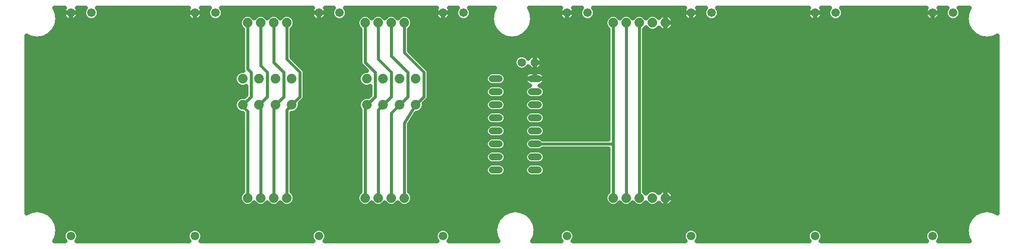
<source format=gtl>
G75*
G70*
%OFA0B0*%
%FSLAX24Y24*%
%IPPOS*%
%LPD*%
%AMOC8*
5,1,8,0,0,1.08239X$1,22.5*
%
%ADD10C,0.0660*%
%ADD11C,0.0520*%
%ADD12C,0.0740*%
%ADD13C,0.0650*%
%ADD14C,0.0320*%
%ADD15C,0.0240*%
D10*
X005223Y002197D03*
X014723Y002197D03*
X024223Y002197D03*
X033723Y002197D03*
X043223Y002197D03*
X052723Y002197D03*
X062223Y002197D03*
X071223Y002197D03*
X071223Y019323D03*
X072797Y019323D03*
X063797Y019323D03*
X062223Y019323D03*
X054297Y019323D03*
X052723Y019323D03*
X044797Y019323D03*
X043223Y019323D03*
X035297Y019323D03*
X033723Y019323D03*
X025797Y019323D03*
X024223Y019323D03*
X016297Y019323D03*
X014723Y019323D03*
X006797Y019323D03*
X005223Y019323D03*
D11*
X037500Y014260D02*
X038020Y014260D01*
X040500Y014260D02*
X041020Y014260D01*
X041020Y013260D02*
X040500Y013260D01*
X038020Y013260D02*
X037500Y013260D01*
X037500Y012260D02*
X038020Y012260D01*
X040500Y012260D02*
X041020Y012260D01*
X041020Y011260D02*
X040500Y011260D01*
X038020Y011260D02*
X037500Y011260D01*
X037500Y010260D02*
X038020Y010260D01*
X040500Y010260D02*
X041020Y010260D01*
X041020Y009260D02*
X040500Y009260D01*
X038020Y009260D02*
X037500Y009260D01*
X037500Y008260D02*
X038020Y008260D01*
X040500Y008260D02*
X041020Y008260D01*
X041020Y007260D02*
X040500Y007260D01*
X038020Y007260D02*
X037500Y007260D01*
D12*
X030760Y005118D03*
X029760Y005118D03*
X028760Y005118D03*
X027760Y005118D03*
X021760Y005118D03*
X020760Y005118D03*
X019760Y005118D03*
X018760Y005118D03*
X018385Y012260D03*
X019635Y012260D03*
X020885Y012260D03*
X022135Y012260D03*
X027885Y012260D03*
X029135Y012260D03*
X030385Y012260D03*
X031635Y012260D03*
X031635Y014260D03*
X030385Y014260D03*
X029135Y014260D03*
X027885Y014260D03*
X022135Y014260D03*
X020885Y014260D03*
X019635Y014260D03*
X018385Y014260D03*
X018760Y018556D03*
X019760Y018556D03*
X020760Y018556D03*
X021760Y018556D03*
X027760Y018556D03*
X028760Y018556D03*
X029760Y018556D03*
X030760Y018556D03*
X046760Y018556D03*
X047760Y018556D03*
X048760Y018556D03*
X049760Y018556D03*
X050760Y018556D03*
X050760Y005118D03*
X049760Y005118D03*
X048760Y005118D03*
X047760Y005118D03*
X046760Y005118D03*
D13*
X040760Y015510D03*
X039760Y015510D03*
D14*
X004119Y002153D02*
X003949Y001820D01*
X004794Y001820D01*
X004739Y001874D01*
X004653Y002084D01*
X004653Y002310D01*
X004739Y002520D01*
X004900Y002680D01*
X005109Y002767D01*
X005336Y002767D01*
X005545Y002680D01*
X005706Y002520D01*
X005793Y002310D01*
X005793Y002084D01*
X005706Y001874D01*
X005652Y001820D01*
X014294Y001820D01*
X014239Y001874D01*
X014153Y002084D01*
X014153Y002310D01*
X014239Y002520D01*
X014400Y002680D01*
X014609Y002767D01*
X014836Y002767D01*
X015045Y002680D01*
X015206Y002520D01*
X015293Y002310D01*
X015293Y002084D01*
X015206Y001874D01*
X015152Y001820D01*
X023794Y001820D01*
X023739Y001874D01*
X023653Y002084D01*
X023653Y002310D01*
X023739Y002520D01*
X023900Y002680D01*
X024109Y002767D01*
X024336Y002767D01*
X024545Y002680D01*
X024706Y002520D01*
X024793Y002310D01*
X024793Y002084D01*
X024706Y001874D01*
X024652Y001820D01*
X033294Y001820D01*
X033239Y001874D01*
X033153Y002084D01*
X033153Y002310D01*
X033239Y002520D01*
X033400Y002680D01*
X033609Y002767D01*
X033836Y002767D01*
X034045Y002680D01*
X034206Y002520D01*
X034293Y002310D01*
X034293Y002084D01*
X034206Y001874D01*
X034152Y001820D01*
X037946Y001820D01*
X037776Y002153D01*
X037776Y002153D01*
X037700Y002635D01*
X037700Y002635D01*
X037776Y003117D01*
X037776Y003117D01*
X037998Y003552D01*
X037998Y003552D01*
X038343Y003897D01*
X038343Y003897D01*
X038778Y004119D01*
X038778Y004119D01*
X039260Y004195D01*
X039260Y004195D01*
X039742Y004119D01*
X039742Y004119D01*
X040177Y003897D01*
X040177Y003897D01*
X040522Y003552D01*
X040522Y003552D01*
X040744Y003117D01*
X040744Y003117D01*
X040820Y002635D01*
X040744Y002153D01*
X040744Y002153D01*
X040574Y001820D01*
X042794Y001820D01*
X042739Y001874D01*
X042653Y002084D01*
X042653Y002310D01*
X042739Y002520D01*
X042900Y002680D01*
X043109Y002767D01*
X043336Y002767D01*
X043545Y002680D01*
X043706Y002520D01*
X043793Y002310D01*
X043793Y002084D01*
X043706Y001874D01*
X043652Y001820D01*
X052294Y001820D01*
X052239Y001874D01*
X052153Y002084D01*
X052153Y002310D01*
X052239Y002520D01*
X052400Y002680D01*
X052609Y002767D01*
X052836Y002767D01*
X053045Y002680D01*
X053206Y002520D01*
X053293Y002310D01*
X053293Y002084D01*
X053206Y001874D01*
X053152Y001820D01*
X061794Y001820D01*
X061739Y001874D01*
X061653Y002084D01*
X061653Y002310D01*
X061739Y002520D01*
X061900Y002680D01*
X062109Y002767D01*
X062336Y002767D01*
X062545Y002680D01*
X062706Y002520D01*
X062793Y002310D01*
X062793Y002084D01*
X062706Y001874D01*
X062652Y001820D01*
X070794Y001820D01*
X070739Y001874D01*
X070653Y002084D01*
X070653Y002310D01*
X070739Y002520D01*
X070900Y002680D01*
X071109Y002767D01*
X071336Y002767D01*
X071545Y002680D01*
X071706Y002520D01*
X071793Y002310D01*
X071793Y002084D01*
X071706Y001874D01*
X071652Y001820D01*
X074071Y001820D01*
X073901Y002153D01*
X073901Y002153D01*
X073825Y002635D01*
X073825Y002635D01*
X073901Y003117D01*
X073901Y003117D01*
X074123Y003552D01*
X074123Y003552D01*
X074468Y003897D01*
X074468Y003897D01*
X074903Y004119D01*
X074903Y004119D01*
X075385Y004195D01*
X075385Y004195D01*
X075867Y004119D01*
X075867Y004119D01*
X076200Y003949D01*
X076200Y017571D01*
X075867Y017401D01*
X075867Y017401D01*
X075385Y017325D01*
X075385Y017325D01*
X074903Y017401D01*
X074903Y017401D01*
X074468Y017623D01*
X074468Y017623D01*
X074123Y017968D01*
X074123Y017968D01*
X073901Y018403D01*
X073901Y018403D01*
X073825Y018885D01*
X073825Y018885D01*
X073901Y019367D01*
X073901Y019367D01*
X074071Y019700D01*
X073226Y019700D01*
X073281Y019646D01*
X073367Y019436D01*
X073367Y019210D01*
X073281Y019000D01*
X073120Y018840D01*
X072911Y018753D01*
X072684Y018753D01*
X072475Y018840D01*
X072314Y019000D01*
X072227Y019210D01*
X072227Y019436D01*
X072314Y019646D01*
X072368Y019700D01*
X071678Y019700D01*
X071727Y019632D01*
X071769Y019549D01*
X071798Y019461D01*
X071813Y019369D01*
X071813Y019323D01*
X071223Y019323D01*
X071223Y019323D01*
X071813Y019323D01*
X071813Y019277D01*
X071798Y019185D01*
X071769Y019097D01*
X071727Y019014D01*
X071673Y018939D01*
X071607Y018873D01*
X071532Y018818D01*
X071449Y018776D01*
X071361Y018748D01*
X071269Y018733D01*
X071223Y018733D01*
X071223Y019323D01*
X071223Y019323D01*
X071223Y018733D01*
X071176Y018733D01*
X071084Y018748D01*
X070996Y018776D01*
X070913Y018818D01*
X070838Y018873D01*
X070773Y018939D01*
X070718Y019014D01*
X070676Y019097D01*
X070647Y019185D01*
X070633Y019277D01*
X070633Y019323D01*
X071223Y019323D01*
X071223Y019323D01*
X070633Y019323D01*
X070633Y019369D01*
X070647Y019461D01*
X070676Y019549D01*
X070718Y019632D01*
X070767Y019700D01*
X064226Y019700D01*
X064281Y019646D01*
X064367Y019436D01*
X064367Y019210D01*
X064281Y019000D01*
X064120Y018840D01*
X063911Y018753D01*
X063684Y018753D01*
X063475Y018840D01*
X063314Y019000D01*
X063227Y019210D01*
X063227Y019436D01*
X063314Y019646D01*
X063368Y019700D01*
X062678Y019700D01*
X062727Y019632D01*
X062769Y019549D01*
X062798Y019461D01*
X062813Y019369D01*
X062813Y019323D01*
X062223Y019323D01*
X062223Y019323D01*
X062813Y019323D01*
X062813Y019277D01*
X062798Y019185D01*
X062769Y019097D01*
X062727Y019014D01*
X062673Y018939D01*
X062607Y018873D01*
X062532Y018818D01*
X062449Y018776D01*
X062361Y018748D01*
X062269Y018733D01*
X062223Y018733D01*
X062223Y019323D01*
X062223Y019323D01*
X062223Y018733D01*
X062176Y018733D01*
X062084Y018748D01*
X061996Y018776D01*
X061913Y018818D01*
X061838Y018873D01*
X061773Y018939D01*
X061718Y019014D01*
X061676Y019097D01*
X061647Y019185D01*
X061633Y019277D01*
X061633Y019323D01*
X062223Y019323D01*
X062223Y019323D01*
X061633Y019323D01*
X061633Y019369D01*
X061647Y019461D01*
X061676Y019549D01*
X061718Y019632D01*
X061767Y019700D01*
X054726Y019700D01*
X054781Y019646D01*
X054867Y019436D01*
X054867Y019210D01*
X054781Y019000D01*
X054620Y018840D01*
X054411Y018753D01*
X054184Y018753D01*
X053975Y018840D01*
X053814Y019000D01*
X053727Y019210D01*
X053727Y019436D01*
X053814Y019646D01*
X053868Y019700D01*
X053178Y019700D01*
X053227Y019632D01*
X053269Y019549D01*
X053298Y019461D01*
X053313Y019369D01*
X053313Y019323D01*
X052723Y019323D01*
X052723Y019323D01*
X053313Y019323D01*
X053313Y019277D01*
X053298Y019185D01*
X053269Y019097D01*
X053227Y019014D01*
X053173Y018939D01*
X053107Y018873D01*
X053032Y018818D01*
X052949Y018776D01*
X052861Y018748D01*
X052769Y018733D01*
X052723Y018733D01*
X052723Y019323D01*
X052723Y019323D01*
X052723Y018733D01*
X052676Y018733D01*
X052584Y018748D01*
X052496Y018776D01*
X052413Y018818D01*
X052338Y018873D01*
X052273Y018939D01*
X052218Y019014D01*
X052176Y019097D01*
X052147Y019185D01*
X052133Y019277D01*
X052133Y019323D01*
X052723Y019323D01*
X052723Y019323D01*
X052133Y019323D01*
X052133Y019369D01*
X052147Y019461D01*
X052176Y019549D01*
X052218Y019632D01*
X052267Y019700D01*
X045226Y019700D01*
X045281Y019646D01*
X045367Y019436D01*
X045367Y019210D01*
X045281Y019000D01*
X045120Y018840D01*
X044911Y018753D01*
X044684Y018753D01*
X044475Y018840D01*
X044314Y019000D01*
X044227Y019210D01*
X044227Y019436D01*
X044314Y019646D01*
X044368Y019700D01*
X043678Y019700D01*
X043727Y019632D01*
X043769Y019549D01*
X043798Y019461D01*
X043813Y019369D01*
X043813Y019323D01*
X043223Y019323D01*
X043223Y019323D01*
X043813Y019323D01*
X043813Y019277D01*
X043798Y019185D01*
X043769Y019097D01*
X043727Y019014D01*
X043673Y018939D01*
X043607Y018873D01*
X043532Y018818D01*
X043449Y018776D01*
X043361Y018748D01*
X043269Y018733D01*
X043223Y018733D01*
X043223Y019323D01*
X043223Y019323D01*
X043223Y018733D01*
X043176Y018733D01*
X043084Y018748D01*
X042996Y018776D01*
X042913Y018818D01*
X042838Y018873D01*
X042773Y018939D01*
X042718Y019014D01*
X042676Y019097D01*
X042647Y019185D01*
X042633Y019277D01*
X042633Y019323D01*
X043223Y019323D01*
X043223Y019323D01*
X042633Y019323D01*
X042633Y019369D01*
X042647Y019461D01*
X042676Y019549D01*
X042718Y019632D01*
X042767Y019700D01*
X040324Y019700D01*
X040494Y019367D01*
X040570Y018885D01*
X040570Y018885D01*
X040494Y018403D01*
X040494Y018403D01*
X040272Y017968D01*
X040272Y017968D01*
X039927Y017623D01*
X039927Y017623D01*
X039492Y017401D01*
X039492Y017401D01*
X039010Y017325D01*
X039010Y017325D01*
X038528Y017401D01*
X038528Y017401D01*
X038093Y017623D01*
X038093Y017623D01*
X037748Y017968D01*
X037748Y017968D01*
X037526Y018403D01*
X037526Y018403D01*
X037450Y018885D01*
X037450Y018885D01*
X037526Y019367D01*
X037526Y019367D01*
X037696Y019700D01*
X035726Y019700D01*
X035781Y019646D01*
X035867Y019436D01*
X035867Y019210D01*
X035781Y019000D01*
X035620Y018840D01*
X035411Y018753D01*
X035184Y018753D01*
X034975Y018840D01*
X034814Y019000D01*
X034727Y019210D01*
X034727Y019436D01*
X034814Y019646D01*
X034868Y019700D01*
X034178Y019700D01*
X034227Y019632D01*
X034269Y019549D01*
X034298Y019461D01*
X034313Y019369D01*
X034313Y019323D01*
X033723Y019323D01*
X033723Y019323D01*
X034313Y019323D01*
X034313Y019277D01*
X034298Y019185D01*
X034269Y019097D01*
X034227Y019014D01*
X034173Y018939D01*
X034107Y018873D01*
X034032Y018818D01*
X033949Y018776D01*
X033861Y018748D01*
X033769Y018733D01*
X033723Y018733D01*
X033723Y019323D01*
X033723Y019323D01*
X033723Y018733D01*
X033676Y018733D01*
X033584Y018748D01*
X033496Y018776D01*
X033413Y018818D01*
X033338Y018873D01*
X033273Y018939D01*
X033218Y019014D01*
X033176Y019097D01*
X033147Y019185D01*
X033133Y019277D01*
X033133Y019323D01*
X033723Y019323D01*
X033723Y019323D01*
X033133Y019323D01*
X033133Y019369D01*
X033147Y019461D01*
X033176Y019549D01*
X033218Y019632D01*
X033267Y019700D01*
X026226Y019700D01*
X026281Y019646D01*
X026367Y019436D01*
X026367Y019210D01*
X026281Y019000D01*
X026120Y018840D01*
X025911Y018753D01*
X025684Y018753D01*
X025475Y018840D01*
X025314Y019000D01*
X025227Y019210D01*
X025227Y019436D01*
X025314Y019646D01*
X025368Y019700D01*
X024678Y019700D01*
X024727Y019632D01*
X024769Y019549D01*
X024798Y019461D01*
X024813Y019369D01*
X024813Y019323D01*
X024223Y019323D01*
X024223Y019323D01*
X024813Y019323D01*
X024813Y019277D01*
X024798Y019185D01*
X024769Y019097D01*
X024727Y019014D01*
X024673Y018939D01*
X024607Y018873D01*
X024532Y018818D01*
X024449Y018776D01*
X024361Y018748D01*
X024269Y018733D01*
X024223Y018733D01*
X024223Y019323D01*
X024223Y019323D01*
X024223Y018733D01*
X024176Y018733D01*
X024084Y018748D01*
X023996Y018776D01*
X023913Y018818D01*
X023838Y018873D01*
X023773Y018939D01*
X023718Y019014D01*
X023676Y019097D01*
X023647Y019185D01*
X023633Y019277D01*
X023633Y019323D01*
X024223Y019323D01*
X024223Y019323D01*
X023633Y019323D01*
X023633Y019369D01*
X023647Y019461D01*
X023676Y019549D01*
X023718Y019632D01*
X023767Y019700D01*
X016726Y019700D01*
X016781Y019646D01*
X016867Y019436D01*
X016867Y019210D01*
X016781Y019000D01*
X016620Y018840D01*
X016411Y018753D01*
X016184Y018753D01*
X015975Y018840D01*
X015814Y019000D01*
X015727Y019210D01*
X015727Y019436D01*
X015814Y019646D01*
X015868Y019700D01*
X015178Y019700D01*
X015227Y019632D01*
X015269Y019549D01*
X015298Y019461D01*
X015313Y019369D01*
X015313Y019323D01*
X014723Y019323D01*
X014723Y019323D01*
X015313Y019323D01*
X015313Y019277D01*
X015298Y019185D01*
X015269Y019097D01*
X015227Y019014D01*
X015173Y018939D01*
X015107Y018873D01*
X015032Y018818D01*
X014949Y018776D01*
X014861Y018748D01*
X014769Y018733D01*
X014723Y018733D01*
X014723Y019323D01*
X014723Y019323D01*
X014723Y018733D01*
X014676Y018733D01*
X014584Y018748D01*
X014496Y018776D01*
X014413Y018818D01*
X014338Y018873D01*
X014273Y018939D01*
X014218Y019014D01*
X014176Y019097D01*
X014147Y019185D01*
X014133Y019277D01*
X014133Y019323D01*
X014723Y019323D01*
X014723Y019323D01*
X014133Y019323D01*
X014133Y019369D01*
X014147Y019461D01*
X014176Y019549D01*
X014218Y019632D01*
X014267Y019700D01*
X007226Y019700D01*
X007281Y019646D01*
X007367Y019436D01*
X007367Y019210D01*
X007281Y019000D01*
X007120Y018840D01*
X006911Y018753D01*
X006684Y018753D01*
X006475Y018840D01*
X006314Y019000D01*
X006227Y019210D01*
X006227Y019436D01*
X006314Y019646D01*
X006368Y019700D01*
X005678Y019700D01*
X005727Y019632D01*
X005769Y019549D01*
X005798Y019461D01*
X005813Y019369D01*
X005813Y019323D01*
X005223Y019323D01*
X005223Y019323D01*
X005813Y019323D01*
X005813Y019277D01*
X005798Y019185D01*
X005769Y019097D01*
X005727Y019014D01*
X005673Y018939D01*
X005607Y018873D01*
X005532Y018818D01*
X005449Y018776D01*
X005361Y018748D01*
X005269Y018733D01*
X005223Y018733D01*
X005223Y019323D01*
X005223Y019323D01*
X005223Y018733D01*
X005176Y018733D01*
X005084Y018748D01*
X004996Y018776D01*
X004913Y018818D01*
X004838Y018873D01*
X004773Y018939D01*
X004718Y019014D01*
X004676Y019097D01*
X004647Y019185D01*
X004633Y019277D01*
X004633Y019323D01*
X005223Y019323D01*
X005223Y019323D01*
X004633Y019323D01*
X004633Y019369D01*
X004647Y019461D01*
X004676Y019549D01*
X004718Y019632D01*
X004767Y019700D01*
X003949Y019700D01*
X004119Y019367D01*
X004119Y019367D01*
X004195Y018885D01*
X004119Y018403D01*
X004119Y018403D01*
X003897Y017968D01*
X003897Y017968D01*
X003552Y017623D01*
X003552Y017623D01*
X003117Y017401D01*
X003117Y017401D01*
X002635Y017325D01*
X002635Y017325D01*
X002153Y017401D01*
X002153Y017401D01*
X001820Y017571D01*
X001820Y003949D01*
X002153Y004119D01*
X002153Y004119D01*
X002635Y004195D01*
X002635Y004195D01*
X003117Y004119D01*
X003117Y004119D01*
X003552Y003897D01*
X003552Y003897D01*
X003897Y003552D01*
X003897Y003552D01*
X004119Y003117D01*
X004119Y003117D01*
X004195Y002635D01*
X004119Y002153D01*
X004119Y002153D01*
X004129Y002216D02*
X004653Y002216D01*
X004753Y002534D02*
X004179Y002534D01*
X004161Y002853D02*
X037734Y002853D01*
X037804Y003171D02*
X004091Y003171D01*
X003929Y003490D02*
X037966Y003490D01*
X038254Y003808D02*
X003641Y003808D01*
X003067Y004127D02*
X038828Y004127D01*
X039692Y004127D02*
X074953Y004127D01*
X075817Y004127D02*
X076200Y004127D01*
X076200Y004445D02*
X001820Y004445D01*
X001820Y004127D02*
X002203Y004127D01*
X001820Y004764D02*
X018252Y004764D01*
X018243Y004773D02*
X018414Y004601D01*
X018639Y004508D01*
X018881Y004508D01*
X019106Y004601D01*
X019260Y004756D01*
X019414Y004601D01*
X019639Y004508D01*
X019881Y004508D01*
X020106Y004601D01*
X020260Y004756D01*
X020414Y004601D01*
X020639Y004508D01*
X020881Y004508D01*
X021106Y004601D01*
X021260Y004756D01*
X021414Y004601D01*
X021639Y004508D01*
X021881Y004508D01*
X022106Y004601D01*
X022277Y004773D01*
X022370Y004997D01*
X022370Y005240D01*
X022277Y005464D01*
X022120Y005621D01*
X022120Y011650D01*
X022256Y011650D01*
X022481Y011743D01*
X022652Y011914D01*
X022745Y012139D01*
X022745Y012361D01*
X023065Y012681D01*
X023120Y012813D01*
X023120Y014832D01*
X023065Y014964D01*
X022964Y015065D01*
X022120Y015909D01*
X022120Y018054D01*
X022277Y018211D01*
X022370Y018435D01*
X022370Y018678D01*
X022277Y018902D01*
X022106Y019073D01*
X021881Y019166D01*
X021639Y019166D01*
X021414Y019073D01*
X021260Y018919D01*
X021106Y019073D01*
X020881Y019166D01*
X020639Y019166D01*
X020414Y019073D01*
X020260Y018919D01*
X020106Y019073D01*
X019881Y019166D01*
X019639Y019166D01*
X019414Y019073D01*
X019260Y018919D01*
X019106Y019073D01*
X018881Y019166D01*
X018639Y019166D01*
X018414Y019073D01*
X018243Y018902D01*
X018150Y018678D01*
X018150Y018435D01*
X018243Y018211D01*
X018400Y018054D01*
X018400Y014938D01*
X018428Y014870D01*
X018264Y014870D01*
X018039Y014777D01*
X017868Y014606D01*
X017775Y014381D01*
X017775Y014139D01*
X017868Y013914D01*
X018039Y013743D01*
X018264Y013650D01*
X018506Y013650D01*
X018650Y013710D01*
X018650Y013034D01*
X018486Y012870D01*
X018264Y012870D01*
X018039Y012777D01*
X017868Y012606D01*
X017775Y012381D01*
X017775Y012139D01*
X017868Y011914D01*
X018039Y011743D01*
X018264Y011650D01*
X018361Y011650D01*
X018400Y011611D01*
X018400Y005621D01*
X018243Y005464D01*
X018150Y005240D01*
X018150Y004997D01*
X018243Y004773D01*
X018150Y005082D02*
X001820Y005082D01*
X001820Y005401D02*
X018217Y005401D01*
X018400Y005719D02*
X001820Y005719D01*
X001820Y006038D02*
X018400Y006038D01*
X018400Y006356D02*
X001820Y006356D01*
X001820Y006675D02*
X018400Y006675D01*
X018400Y006993D02*
X001820Y006993D01*
X001820Y007312D02*
X018400Y007312D01*
X018400Y007630D02*
X001820Y007630D01*
X001820Y007949D02*
X018400Y007949D01*
X018400Y008267D02*
X001820Y008267D01*
X001820Y008586D02*
X018400Y008586D01*
X018400Y008904D02*
X001820Y008904D01*
X001820Y009223D02*
X018400Y009223D01*
X018400Y009541D02*
X001820Y009541D01*
X001820Y009860D02*
X018400Y009860D01*
X018400Y010178D02*
X001820Y010178D01*
X001820Y010497D02*
X018400Y010497D01*
X018400Y010815D02*
X001820Y010815D01*
X001820Y011134D02*
X018400Y011134D01*
X018400Y011452D02*
X001820Y011452D01*
X001820Y011771D02*
X018012Y011771D01*
X017796Y012089D02*
X001820Y012089D01*
X001820Y012408D02*
X017786Y012408D01*
X017988Y012726D02*
X001820Y012726D01*
X001820Y013045D02*
X018650Y013045D01*
X018650Y013363D02*
X001820Y013363D01*
X001820Y013682D02*
X018188Y013682D01*
X018582Y013682D02*
X018650Y013682D01*
X017832Y014000D02*
X001820Y014000D01*
X001820Y014319D02*
X017775Y014319D01*
X017899Y014637D02*
X001820Y014637D01*
X001820Y014956D02*
X018400Y014956D01*
X018400Y015274D02*
X001820Y015274D01*
X001820Y015593D02*
X018400Y015593D01*
X018400Y015911D02*
X001820Y015911D01*
X001820Y016230D02*
X018400Y016230D01*
X018400Y016548D02*
X001820Y016548D01*
X001820Y016867D02*
X018400Y016867D01*
X018400Y017185D02*
X001820Y017185D01*
X001820Y017504D02*
X001952Y017504D01*
X003318Y017504D02*
X018400Y017504D01*
X018400Y017822D02*
X003751Y017822D01*
X003985Y018141D02*
X018313Y018141D01*
X018150Y018459D02*
X004128Y018459D01*
X004178Y018778D02*
X004994Y018778D01*
X005223Y018778D02*
X005223Y018778D01*
X005452Y018778D02*
X006625Y018778D01*
X006970Y018778D02*
X014494Y018778D01*
X014723Y018778D02*
X014723Y018778D01*
X014952Y018778D02*
X016125Y018778D01*
X016470Y018778D02*
X018191Y018778D01*
X018469Y019096D02*
X016820Y019096D01*
X015774Y019096D02*
X015269Y019096D01*
X014723Y019096D02*
X014723Y019096D01*
X014176Y019096D02*
X007320Y019096D01*
X006274Y019096D02*
X005769Y019096D01*
X005223Y019096D02*
X005223Y019096D01*
X004676Y019096D02*
X004162Y019096D01*
X004094Y019415D02*
X004640Y019415D01*
X005805Y019415D02*
X006227Y019415D01*
X007367Y019415D02*
X014140Y019415D01*
X015305Y019415D02*
X015727Y019415D01*
X016867Y019415D02*
X023640Y019415D01*
X024805Y019415D02*
X025227Y019415D01*
X026367Y019415D02*
X033140Y019415D01*
X034305Y019415D02*
X034727Y019415D01*
X035867Y019415D02*
X037551Y019415D01*
X037483Y019096D02*
X035820Y019096D01*
X035470Y018778D02*
X037467Y018778D01*
X037517Y018459D02*
X031370Y018459D01*
X031370Y018435D02*
X031370Y018678D01*
X031277Y018902D01*
X031106Y019073D01*
X030881Y019166D01*
X030639Y019166D01*
X030414Y019073D01*
X030260Y018919D01*
X030106Y019073D01*
X029881Y019166D01*
X029639Y019166D01*
X029414Y019073D01*
X029260Y018919D01*
X029106Y019073D01*
X028881Y019166D01*
X028639Y019166D01*
X028414Y019073D01*
X028260Y018919D01*
X028106Y019073D01*
X027881Y019166D01*
X027639Y019166D01*
X027414Y019073D01*
X027243Y018902D01*
X027150Y018678D01*
X027150Y018435D01*
X027243Y018211D01*
X027400Y018054D01*
X027400Y015438D01*
X027455Y015306D01*
X027891Y014870D01*
X027764Y014870D01*
X027539Y014777D01*
X027368Y014606D01*
X027275Y014381D01*
X027275Y014139D01*
X027368Y013914D01*
X027539Y013743D01*
X027764Y013650D01*
X028006Y013650D01*
X028150Y013710D01*
X028150Y013034D01*
X027986Y012870D01*
X027764Y012870D01*
X027539Y012777D01*
X027368Y012606D01*
X027275Y012381D01*
X027275Y012139D01*
X027368Y011914D01*
X027400Y011882D01*
X027400Y005621D01*
X027243Y005464D01*
X027150Y005240D01*
X027150Y004997D01*
X027243Y004773D01*
X027414Y004601D01*
X027639Y004508D01*
X027881Y004508D01*
X028106Y004601D01*
X028260Y004756D01*
X028414Y004601D01*
X028639Y004508D01*
X028881Y004508D01*
X029106Y004601D01*
X029260Y004756D01*
X029414Y004601D01*
X029639Y004508D01*
X029881Y004508D01*
X030106Y004601D01*
X030260Y004756D01*
X030414Y004601D01*
X030639Y004508D01*
X030881Y004508D01*
X031106Y004601D01*
X031277Y004773D01*
X031370Y004997D01*
X031370Y005240D01*
X031277Y005464D01*
X031120Y005621D01*
X031120Y010780D01*
X031674Y011650D01*
X031756Y011650D01*
X031981Y011743D01*
X032152Y011914D01*
X032245Y012139D01*
X032245Y012361D01*
X032565Y012681D01*
X032620Y012813D01*
X032620Y014832D01*
X032565Y014964D01*
X032464Y015065D01*
X031120Y016409D01*
X031120Y018054D01*
X031277Y018211D01*
X031370Y018435D01*
X031207Y018141D02*
X037660Y018141D01*
X037894Y017822D02*
X031120Y017822D01*
X031120Y017504D02*
X038327Y017504D01*
X039693Y017504D02*
X046400Y017504D01*
X046400Y017822D02*
X040126Y017822D01*
X040360Y018141D02*
X046313Y018141D01*
X046243Y018211D02*
X046400Y018054D01*
X046400Y009620D01*
X041367Y009620D01*
X041303Y009684D01*
X041119Y009760D01*
X040401Y009760D01*
X040217Y009684D01*
X040076Y009543D01*
X040000Y009359D01*
X040000Y009161D01*
X040076Y008977D01*
X040217Y008836D01*
X040401Y008760D01*
X040217Y008684D01*
X040076Y008543D01*
X040000Y008359D01*
X040000Y008161D01*
X040076Y007977D01*
X040217Y007836D01*
X040401Y007760D01*
X040217Y007684D01*
X040076Y007543D01*
X040000Y007359D01*
X040000Y007161D01*
X040076Y006977D01*
X040217Y006836D01*
X040401Y006760D01*
X041119Y006760D01*
X041303Y006836D01*
X041444Y006977D01*
X041520Y007161D01*
X041520Y007359D01*
X041444Y007543D01*
X041303Y007684D01*
X041119Y007760D01*
X040401Y007760D01*
X041119Y007760D01*
X041303Y007836D01*
X041444Y007977D01*
X041520Y008161D01*
X041520Y008359D01*
X041444Y008543D01*
X041303Y008684D01*
X041119Y008760D01*
X040401Y008760D01*
X041119Y008760D01*
X041303Y008836D01*
X041367Y008900D01*
X046400Y008900D01*
X046400Y005621D01*
X046243Y005464D01*
X046150Y005240D01*
X046150Y004997D01*
X046243Y004773D01*
X046414Y004601D01*
X046639Y004508D01*
X046881Y004508D01*
X047106Y004601D01*
X047260Y004756D01*
X047414Y004601D01*
X047639Y004508D01*
X047881Y004508D01*
X048106Y004601D01*
X048260Y004756D01*
X048414Y004601D01*
X048639Y004508D01*
X048881Y004508D01*
X049106Y004601D01*
X049260Y004756D01*
X049414Y004601D01*
X049639Y004508D01*
X049881Y004508D01*
X050106Y004601D01*
X050251Y004747D01*
X050279Y004708D01*
X050350Y004638D01*
X050430Y004579D01*
X050518Y004534D01*
X050612Y004504D01*
X050710Y004488D01*
X050760Y004488D01*
X050810Y004488D01*
X050908Y004504D01*
X051002Y004534D01*
X051090Y004579D01*
X051170Y004638D01*
X051241Y004708D01*
X051299Y004788D01*
X051344Y004876D01*
X051374Y004971D01*
X051390Y005069D01*
X051390Y005118D01*
X050760Y005118D01*
X050760Y004488D01*
X050760Y005118D01*
X050760Y005118D01*
X050760Y005118D01*
X051390Y005118D01*
X051390Y005168D01*
X051374Y005266D01*
X051344Y005360D01*
X051299Y005448D01*
X051241Y005529D01*
X051170Y005599D01*
X051090Y005657D01*
X051002Y005702D01*
X050908Y005733D01*
X050810Y005748D01*
X050760Y005748D01*
X050760Y005118D01*
X050760Y005748D01*
X050710Y005748D01*
X050612Y005733D01*
X050518Y005702D01*
X050430Y005657D01*
X050350Y005599D01*
X050279Y005529D01*
X050251Y005490D01*
X050106Y005635D01*
X049881Y005728D01*
X049639Y005728D01*
X049414Y005635D01*
X049260Y005481D01*
X049120Y005621D01*
X049120Y018054D01*
X049260Y018194D01*
X049414Y018039D01*
X049639Y017946D01*
X049881Y017946D01*
X050106Y018039D01*
X050251Y018185D01*
X050279Y018146D01*
X050350Y018076D01*
X050430Y018017D01*
X050518Y017972D01*
X050612Y017942D01*
X050710Y017926D01*
X050760Y017926D01*
X050810Y017926D01*
X050908Y017942D01*
X051002Y017972D01*
X051090Y018017D01*
X051170Y018076D01*
X051241Y018146D01*
X051299Y018226D01*
X051344Y018314D01*
X051374Y018409D01*
X051390Y018507D01*
X051390Y018556D01*
X050760Y018556D01*
X050760Y017926D01*
X050760Y018556D01*
X050760Y018556D01*
X050760Y018556D01*
X051390Y018556D01*
X051390Y018606D01*
X051374Y018704D01*
X051344Y018798D01*
X051299Y018886D01*
X051241Y018967D01*
X051170Y019037D01*
X051090Y019095D01*
X051002Y019140D01*
X050908Y019171D01*
X050810Y019186D01*
X050760Y019186D01*
X050760Y018556D01*
X050760Y019186D01*
X050710Y019186D01*
X050612Y019171D01*
X050518Y019140D01*
X050430Y019095D01*
X050350Y019037D01*
X050279Y018967D01*
X050251Y018928D01*
X050106Y019073D01*
X049881Y019166D01*
X049639Y019166D01*
X049414Y019073D01*
X049260Y018919D01*
X049106Y019073D01*
X048881Y019166D01*
X048639Y019166D01*
X048414Y019073D01*
X048260Y018919D01*
X048106Y019073D01*
X047881Y019166D01*
X047639Y019166D01*
X047414Y019073D01*
X047260Y018919D01*
X047106Y019073D01*
X046881Y019166D01*
X046639Y019166D01*
X046414Y019073D01*
X046243Y018902D01*
X046150Y018678D01*
X046150Y018435D01*
X046243Y018211D01*
X046150Y018459D02*
X040503Y018459D01*
X040553Y018778D02*
X042994Y018778D01*
X043223Y018778D02*
X043223Y018778D01*
X043452Y018778D02*
X044625Y018778D01*
X044970Y018778D02*
X046191Y018778D01*
X046469Y019096D02*
X045320Y019096D01*
X045367Y019415D02*
X052140Y019415D01*
X052176Y019096D02*
X051088Y019096D01*
X050760Y019096D02*
X050760Y019096D01*
X050760Y018778D02*
X050760Y018778D01*
X050760Y018556D02*
X050760Y018556D01*
X050760Y018459D02*
X050760Y018459D01*
X050760Y018141D02*
X050760Y018141D01*
X051235Y018141D02*
X074035Y018141D01*
X073892Y018459D02*
X051382Y018459D01*
X050285Y018141D02*
X050207Y018141D01*
X049313Y018141D02*
X049207Y018141D01*
X049120Y017822D02*
X074269Y017822D01*
X074702Y017504D02*
X049120Y017504D01*
X049120Y017185D02*
X076200Y017185D01*
X076200Y016867D02*
X049120Y016867D01*
X049120Y016548D02*
X076200Y016548D01*
X076200Y016230D02*
X049120Y016230D01*
X049120Y015911D02*
X076200Y015911D01*
X076200Y015593D02*
X049120Y015593D01*
X049120Y015274D02*
X076200Y015274D01*
X076200Y014956D02*
X049120Y014956D01*
X049120Y014637D02*
X076200Y014637D01*
X076200Y014319D02*
X049120Y014319D01*
X049120Y014000D02*
X076200Y014000D01*
X076200Y013682D02*
X049120Y013682D01*
X049120Y013363D02*
X076200Y013363D01*
X076200Y013045D02*
X049120Y013045D01*
X049120Y012726D02*
X076200Y012726D01*
X076200Y012408D02*
X049120Y012408D01*
X049120Y012089D02*
X076200Y012089D01*
X076200Y011771D02*
X049120Y011771D01*
X049120Y011452D02*
X076200Y011452D01*
X076200Y011134D02*
X049120Y011134D01*
X049120Y010815D02*
X076200Y010815D01*
X076200Y010497D02*
X049120Y010497D01*
X049120Y010178D02*
X076200Y010178D01*
X076200Y009860D02*
X049120Y009860D01*
X049120Y009541D02*
X076200Y009541D01*
X076200Y009223D02*
X049120Y009223D01*
X049120Y008904D02*
X076200Y008904D01*
X076200Y008586D02*
X049120Y008586D01*
X049120Y008267D02*
X076200Y008267D01*
X076200Y007949D02*
X049120Y007949D01*
X049120Y007630D02*
X076200Y007630D01*
X076200Y007312D02*
X049120Y007312D01*
X049120Y006993D02*
X076200Y006993D01*
X076200Y006675D02*
X049120Y006675D01*
X049120Y006356D02*
X076200Y006356D01*
X076200Y006038D02*
X049120Y006038D01*
X049120Y005719D02*
X049616Y005719D01*
X049904Y005719D02*
X050570Y005719D01*
X050760Y005719D02*
X050760Y005719D01*
X050950Y005719D02*
X076200Y005719D01*
X076200Y005401D02*
X051323Y005401D01*
X050760Y005401D02*
X050760Y005401D01*
X050760Y005118D02*
X050760Y005118D01*
X050760Y005082D02*
X050760Y005082D01*
X050760Y004764D02*
X050760Y004764D01*
X051281Y004764D02*
X076200Y004764D01*
X076200Y005082D02*
X051390Y005082D01*
X046400Y005719D02*
X031120Y005719D01*
X031303Y005401D02*
X046217Y005401D01*
X046150Y005082D02*
X031370Y005082D01*
X031268Y004764D02*
X046252Y004764D01*
X046400Y006038D02*
X031120Y006038D01*
X031120Y006356D02*
X046400Y006356D01*
X046400Y006675D02*
X031120Y006675D01*
X031120Y006993D02*
X037069Y006993D01*
X037076Y006977D02*
X037217Y006836D01*
X037401Y006760D01*
X038119Y006760D01*
X038303Y006836D01*
X038444Y006977D01*
X038520Y007161D01*
X038520Y007359D01*
X038444Y007543D01*
X038303Y007684D01*
X038119Y007760D01*
X038303Y007836D01*
X038444Y007977D01*
X038520Y008161D01*
X038520Y008359D01*
X038444Y008543D01*
X038303Y008684D01*
X038119Y008760D01*
X037401Y008760D01*
X037217Y008684D01*
X037076Y008543D01*
X037000Y008359D01*
X037000Y008161D01*
X037076Y007977D01*
X037217Y007836D01*
X037401Y007760D01*
X038119Y007760D01*
X037401Y007760D01*
X037217Y007684D01*
X037076Y007543D01*
X037000Y007359D01*
X037000Y007161D01*
X037076Y006977D01*
X037000Y007312D02*
X031120Y007312D01*
X031120Y007630D02*
X037163Y007630D01*
X037104Y007949D02*
X031120Y007949D01*
X031120Y008267D02*
X037000Y008267D01*
X037118Y008586D02*
X031120Y008586D01*
X031120Y008904D02*
X037149Y008904D01*
X037217Y008836D02*
X037401Y008760D01*
X038119Y008760D01*
X038303Y008836D01*
X038444Y008977D01*
X038520Y009161D01*
X038520Y009359D01*
X038444Y009543D01*
X038303Y009684D01*
X038119Y009760D01*
X037401Y009760D01*
X037217Y009684D01*
X037076Y009543D01*
X037000Y009359D01*
X037000Y009161D01*
X037076Y008977D01*
X037217Y008836D01*
X037000Y009223D02*
X031120Y009223D01*
X031120Y009541D02*
X037075Y009541D01*
X037217Y009836D02*
X037401Y009760D01*
X038119Y009760D01*
X038303Y009836D01*
X038444Y009977D01*
X038520Y010161D01*
X038520Y010359D01*
X038444Y010543D01*
X038303Y010684D01*
X038119Y010760D01*
X038303Y010836D01*
X038444Y010977D01*
X038520Y011161D01*
X038520Y011359D01*
X038444Y011543D01*
X038303Y011684D01*
X038119Y011760D01*
X038303Y011836D01*
X038444Y011977D01*
X038520Y012161D01*
X038520Y012359D01*
X038444Y012543D01*
X038303Y012684D01*
X038119Y012760D01*
X038303Y012836D01*
X038444Y012977D01*
X038520Y013161D01*
X038520Y013359D01*
X038444Y013543D01*
X038303Y013684D01*
X038119Y013760D01*
X038303Y013836D01*
X038444Y013977D01*
X038520Y014161D01*
X038520Y014359D01*
X038444Y014543D01*
X038303Y014684D01*
X038119Y014760D01*
X037401Y014760D01*
X037217Y014684D01*
X037076Y014543D01*
X037000Y014359D01*
X037000Y014161D01*
X037076Y013977D01*
X037217Y013836D01*
X037401Y013760D01*
X038119Y013760D01*
X037401Y013760D01*
X037217Y013684D01*
X037076Y013543D01*
X037000Y013359D01*
X037000Y013161D01*
X037076Y012977D01*
X037217Y012836D01*
X037401Y012760D01*
X038119Y012760D01*
X037401Y012760D01*
X037217Y012684D01*
X037076Y012543D01*
X037000Y012359D01*
X037000Y012161D01*
X037076Y011977D01*
X037217Y011836D01*
X037401Y011760D01*
X038119Y011760D01*
X037401Y011760D01*
X037217Y011684D01*
X037076Y011543D01*
X037000Y011359D01*
X037000Y011161D01*
X037076Y010977D01*
X037217Y010836D01*
X037401Y010760D01*
X038119Y010760D01*
X037401Y010760D01*
X037217Y010684D01*
X037076Y010543D01*
X037000Y010359D01*
X037000Y010161D01*
X037076Y009977D01*
X037217Y009836D01*
X037193Y009860D02*
X031120Y009860D01*
X031120Y010178D02*
X037000Y010178D01*
X037057Y010497D02*
X031120Y010497D01*
X031142Y010815D02*
X037268Y010815D01*
X037011Y011134D02*
X031345Y011134D01*
X031548Y011452D02*
X037038Y011452D01*
X037375Y011771D02*
X032008Y011771D01*
X032224Y012089D02*
X037030Y012089D01*
X037020Y012408D02*
X032292Y012408D01*
X032584Y012726D02*
X037318Y012726D01*
X037048Y013045D02*
X032620Y013045D01*
X032620Y013363D02*
X037001Y013363D01*
X037214Y013682D02*
X032620Y013682D01*
X032620Y014000D02*
X037066Y014000D01*
X037000Y014319D02*
X032620Y014319D01*
X032620Y014637D02*
X037170Y014637D01*
X038350Y014637D02*
X040142Y014637D01*
X040161Y014657D02*
X040103Y014599D01*
X040055Y014533D01*
X040018Y014460D01*
X039993Y014382D01*
X039980Y014301D01*
X039980Y014260D01*
X040760Y014260D01*
X040760Y014260D01*
X040760Y014780D01*
X041061Y014780D01*
X041142Y014767D01*
X041220Y014742D01*
X041293Y014705D01*
X041359Y014657D01*
X041417Y014599D01*
X041465Y014533D01*
X041502Y014460D01*
X041527Y014382D01*
X041540Y014301D01*
X041540Y014260D01*
X040760Y014260D01*
X040760Y014260D01*
X040760Y014260D01*
X040760Y014780D01*
X040459Y014780D01*
X040378Y014767D01*
X040300Y014742D01*
X040227Y014705D01*
X040161Y014657D01*
X040080Y015031D02*
X040239Y015190D01*
X040251Y015220D01*
X040260Y015203D01*
X040314Y015129D01*
X040379Y015064D01*
X040453Y015010D01*
X040535Y014968D01*
X040623Y014939D01*
X040714Y014925D01*
X040760Y014925D01*
X040806Y014925D01*
X040897Y014939D01*
X040985Y014968D01*
X041067Y015010D01*
X041141Y015064D01*
X041206Y015129D01*
X041260Y015203D01*
X041302Y015285D01*
X041331Y015373D01*
X041345Y015464D01*
X041345Y015510D01*
X041345Y015556D01*
X041331Y015647D01*
X041302Y015735D01*
X041260Y015817D01*
X041206Y015891D01*
X041141Y015956D01*
X041067Y016010D01*
X040985Y016052D01*
X040897Y016081D01*
X040806Y016095D01*
X040760Y016095D01*
X040760Y015510D01*
X041345Y015510D01*
X040760Y015510D01*
X040760Y015510D01*
X040760Y015510D01*
X040760Y014925D01*
X040760Y015510D01*
X040760Y015510D01*
X040760Y016095D01*
X040714Y016095D01*
X040623Y016081D01*
X040535Y016052D01*
X040453Y016010D01*
X040379Y015956D01*
X040314Y015891D01*
X040260Y015817D01*
X040251Y015800D01*
X040239Y015830D01*
X040080Y015989D01*
X039872Y016075D01*
X039648Y016075D01*
X039440Y015989D01*
X039281Y015830D01*
X039195Y015622D01*
X039195Y015398D01*
X039281Y015190D01*
X039440Y015031D01*
X039648Y014945D01*
X039872Y014945D01*
X040080Y015031D01*
X039898Y014956D02*
X040573Y014956D01*
X040760Y014956D02*
X040760Y014956D01*
X040947Y014956D02*
X046400Y014956D01*
X046400Y015274D02*
X041296Y015274D01*
X040760Y015274D02*
X040760Y015274D01*
X040760Y015593D02*
X040760Y015593D01*
X040760Y015911D02*
X040760Y015911D01*
X041186Y015911D02*
X046400Y015911D01*
X046400Y015593D02*
X041339Y015593D01*
X040334Y015911D02*
X040158Y015911D01*
X039362Y015911D02*
X031618Y015911D01*
X031937Y015593D02*
X039195Y015593D01*
X039246Y015274D02*
X032255Y015274D01*
X032569Y014956D02*
X039622Y014956D01*
X040760Y014637D02*
X040760Y014637D01*
X041378Y014637D02*
X046400Y014637D01*
X046400Y014319D02*
X041537Y014319D01*
X041540Y014260D02*
X040760Y014260D01*
X039980Y014260D01*
X039980Y014219D01*
X039993Y014138D01*
X040018Y014060D01*
X040055Y013987D01*
X040103Y013921D01*
X040161Y013863D01*
X040227Y013815D01*
X040300Y013778D01*
X040378Y013753D01*
X040382Y013752D01*
X040217Y013684D01*
X040076Y013543D01*
X040000Y013359D01*
X040000Y013161D01*
X040076Y012977D01*
X040217Y012836D01*
X040401Y012760D01*
X040217Y012684D01*
X040076Y012543D01*
X040000Y012359D01*
X040000Y012161D01*
X040076Y011977D01*
X040217Y011836D01*
X040401Y011760D01*
X040217Y011684D01*
X040076Y011543D01*
X040000Y011359D01*
X040000Y011161D01*
X040076Y010977D01*
X040217Y010836D01*
X040401Y010760D01*
X040217Y010684D01*
X040076Y010543D01*
X040000Y010359D01*
X040000Y010161D01*
X040076Y009977D01*
X040217Y009836D01*
X040401Y009760D01*
X041119Y009760D01*
X041303Y009836D01*
X041444Y009977D01*
X041520Y010161D01*
X041520Y010359D01*
X041444Y010543D01*
X041303Y010684D01*
X041119Y010760D01*
X040401Y010760D01*
X041119Y010760D01*
X041303Y010836D01*
X041444Y010977D01*
X041520Y011161D01*
X041520Y011359D01*
X041444Y011543D01*
X041303Y011684D01*
X041119Y011760D01*
X040401Y011760D01*
X041119Y011760D01*
X041303Y011836D01*
X041444Y011977D01*
X041520Y012161D01*
X041520Y012359D01*
X041444Y012543D01*
X041303Y012684D01*
X041119Y012760D01*
X040401Y012760D01*
X041119Y012760D01*
X041303Y012836D01*
X041444Y012977D01*
X041520Y013161D01*
X041520Y013359D01*
X041444Y013543D01*
X041303Y013684D01*
X041138Y013752D01*
X041142Y013753D01*
X041220Y013778D01*
X041293Y013815D01*
X041359Y013863D01*
X041417Y013921D01*
X041465Y013987D01*
X041502Y014060D01*
X041527Y014138D01*
X041540Y014219D01*
X041540Y014260D01*
X041471Y014000D02*
X046400Y014000D01*
X046400Y013682D02*
X041306Y013682D01*
X041519Y013363D02*
X046400Y013363D01*
X046400Y013045D02*
X041472Y013045D01*
X041202Y012726D02*
X046400Y012726D01*
X046400Y012408D02*
X041500Y012408D01*
X041490Y012089D02*
X046400Y012089D01*
X046400Y011771D02*
X041145Y011771D01*
X041482Y011452D02*
X046400Y011452D01*
X046400Y011134D02*
X041509Y011134D01*
X041252Y010815D02*
X046400Y010815D01*
X046400Y010497D02*
X041463Y010497D01*
X041520Y010178D02*
X046400Y010178D01*
X046400Y009860D02*
X041327Y009860D01*
X040193Y009860D02*
X038327Y009860D01*
X038445Y009541D02*
X040075Y009541D01*
X040000Y009223D02*
X038520Y009223D01*
X038371Y008904D02*
X040149Y008904D01*
X040118Y008586D02*
X038402Y008586D01*
X038520Y008267D02*
X040000Y008267D01*
X040104Y007949D02*
X038416Y007949D01*
X038357Y007630D02*
X040163Y007630D01*
X040000Y007312D02*
X038520Y007312D01*
X038451Y006993D02*
X040069Y006993D01*
X041451Y006993D02*
X046400Y006993D01*
X046400Y007312D02*
X041520Y007312D01*
X041357Y007630D02*
X046400Y007630D01*
X046400Y007949D02*
X041416Y007949D01*
X041520Y008267D02*
X046400Y008267D01*
X046400Y008586D02*
X041402Y008586D01*
X040000Y010178D02*
X038520Y010178D01*
X038463Y010497D02*
X040057Y010497D01*
X040268Y010815D02*
X038252Y010815D01*
X038509Y011134D02*
X040011Y011134D01*
X040038Y011452D02*
X038482Y011452D01*
X038145Y011771D02*
X040375Y011771D01*
X040030Y012089D02*
X038490Y012089D01*
X038500Y012408D02*
X040020Y012408D01*
X040318Y012726D02*
X038202Y012726D01*
X038472Y013045D02*
X040048Y013045D01*
X040001Y013363D02*
X038519Y013363D01*
X038306Y013682D02*
X040214Y013682D01*
X040049Y014000D02*
X038454Y014000D01*
X038520Y014319D02*
X039983Y014319D01*
X040760Y014319D02*
X040760Y014319D01*
X046400Y016230D02*
X031300Y016230D01*
X031120Y016548D02*
X046400Y016548D01*
X046400Y016867D02*
X031120Y016867D01*
X031120Y017185D02*
X046400Y017185D01*
X051351Y018778D02*
X052494Y018778D01*
X052723Y018778D02*
X052723Y018778D01*
X052952Y018778D02*
X054125Y018778D01*
X054470Y018778D02*
X061994Y018778D01*
X062223Y018778D02*
X062223Y018778D01*
X062452Y018778D02*
X063625Y018778D01*
X063970Y018778D02*
X070994Y018778D01*
X071223Y018778D02*
X071223Y018778D01*
X071452Y018778D02*
X072625Y018778D01*
X072970Y018778D02*
X073842Y018778D01*
X073858Y019096D02*
X073320Y019096D01*
X072274Y019096D02*
X071769Y019096D01*
X071223Y019096D02*
X071223Y019096D01*
X070676Y019096D02*
X064320Y019096D01*
X063274Y019096D02*
X062769Y019096D01*
X062223Y019096D02*
X062223Y019096D01*
X061676Y019096D02*
X054820Y019096D01*
X054867Y019415D02*
X061640Y019415D01*
X062805Y019415D02*
X063227Y019415D01*
X064367Y019415D02*
X070640Y019415D01*
X071805Y019415D02*
X072227Y019415D01*
X073367Y019415D02*
X073926Y019415D01*
X076068Y017504D02*
X076200Y017504D01*
X053774Y019096D02*
X053269Y019096D01*
X052723Y019096D02*
X052723Y019096D01*
X053305Y019415D02*
X053727Y019415D01*
X050432Y019096D02*
X050051Y019096D01*
X049469Y019096D02*
X049051Y019096D01*
X048469Y019096D02*
X048051Y019096D01*
X047469Y019096D02*
X047051Y019096D01*
X044274Y019096D02*
X043769Y019096D01*
X043223Y019096D02*
X043223Y019096D01*
X042676Y019096D02*
X040537Y019096D01*
X040469Y019415D02*
X042640Y019415D01*
X043805Y019415D02*
X044227Y019415D01*
X035125Y018778D02*
X033952Y018778D01*
X033723Y018778D02*
X033723Y018778D01*
X033494Y018778D02*
X031329Y018778D01*
X031051Y019096D02*
X033176Y019096D01*
X033723Y019096D02*
X033723Y019096D01*
X034269Y019096D02*
X034774Y019096D01*
X030469Y019096D02*
X030051Y019096D01*
X029469Y019096D02*
X029051Y019096D01*
X028469Y019096D02*
X028051Y019096D01*
X027469Y019096D02*
X026320Y019096D01*
X025970Y018778D02*
X027191Y018778D01*
X027150Y018459D02*
X022370Y018459D01*
X022207Y018141D02*
X027313Y018141D01*
X027400Y017822D02*
X022120Y017822D01*
X022120Y017504D02*
X027400Y017504D01*
X027400Y017185D02*
X022120Y017185D01*
X022120Y016867D02*
X027400Y016867D01*
X027400Y016548D02*
X022120Y016548D01*
X022120Y016230D02*
X027400Y016230D01*
X027400Y015911D02*
X022120Y015911D01*
X022437Y015593D02*
X027400Y015593D01*
X027487Y015274D02*
X022755Y015274D01*
X023069Y014956D02*
X027805Y014956D01*
X027399Y014637D02*
X023120Y014637D01*
X023120Y014319D02*
X027275Y014319D01*
X027332Y014000D02*
X023120Y014000D01*
X023120Y013682D02*
X027688Y013682D01*
X028082Y013682D02*
X028150Y013682D01*
X028150Y013363D02*
X023120Y013363D01*
X023120Y013045D02*
X028150Y013045D01*
X027488Y012726D02*
X023084Y012726D01*
X022792Y012408D02*
X027286Y012408D01*
X027296Y012089D02*
X022724Y012089D01*
X022508Y011771D02*
X027400Y011771D01*
X027400Y011452D02*
X022120Y011452D01*
X022120Y011134D02*
X027400Y011134D01*
X027400Y010815D02*
X022120Y010815D01*
X022120Y010497D02*
X027400Y010497D01*
X027400Y010178D02*
X022120Y010178D01*
X022120Y009860D02*
X027400Y009860D01*
X027400Y009541D02*
X022120Y009541D01*
X022120Y009223D02*
X027400Y009223D01*
X027400Y008904D02*
X022120Y008904D01*
X022120Y008586D02*
X027400Y008586D01*
X027400Y008267D02*
X022120Y008267D01*
X022120Y007949D02*
X027400Y007949D01*
X027400Y007630D02*
X022120Y007630D01*
X022120Y007312D02*
X027400Y007312D01*
X027400Y006993D02*
X022120Y006993D01*
X022120Y006675D02*
X027400Y006675D01*
X027400Y006356D02*
X022120Y006356D01*
X022120Y006038D02*
X027400Y006038D01*
X027400Y005719D02*
X022120Y005719D01*
X022303Y005401D02*
X027217Y005401D01*
X027150Y005082D02*
X022370Y005082D01*
X022268Y004764D02*
X027252Y004764D01*
X024692Y002534D02*
X033253Y002534D01*
X033153Y002216D02*
X024793Y002216D01*
X023753Y002534D02*
X015192Y002534D01*
X015293Y002216D02*
X023653Y002216D01*
X023730Y001897D02*
X015215Y001897D01*
X014230Y001897D02*
X005715Y001897D01*
X004730Y001897D02*
X003988Y001897D01*
X005793Y002216D02*
X014153Y002216D01*
X014253Y002534D02*
X005692Y002534D01*
X024715Y001897D02*
X033230Y001897D01*
X034215Y001897D02*
X037907Y001897D01*
X037766Y002216D02*
X034293Y002216D01*
X034192Y002534D02*
X037716Y002534D01*
X040613Y001897D02*
X042730Y001897D01*
X042653Y002216D02*
X040754Y002216D01*
X040804Y002534D02*
X042753Y002534D01*
X043692Y002534D02*
X052253Y002534D01*
X052153Y002216D02*
X043793Y002216D01*
X043715Y001897D02*
X052230Y001897D01*
X053215Y001897D02*
X061730Y001897D01*
X062715Y001897D02*
X070730Y001897D01*
X071715Y001897D02*
X074032Y001897D01*
X073891Y002216D02*
X071793Y002216D01*
X071692Y002534D02*
X073841Y002534D01*
X073859Y002853D02*
X040786Y002853D01*
X040716Y003171D02*
X073929Y003171D01*
X074091Y003490D02*
X040554Y003490D01*
X040266Y003808D02*
X074379Y003808D01*
X070753Y002534D02*
X062692Y002534D01*
X062793Y002216D02*
X070653Y002216D01*
X061753Y002534D02*
X053192Y002534D01*
X053293Y002216D02*
X061653Y002216D01*
X025625Y018778D02*
X024452Y018778D01*
X024223Y018778D02*
X024223Y018778D01*
X023994Y018778D02*
X022329Y018778D01*
X022051Y019096D02*
X023676Y019096D01*
X024223Y019096D02*
X024223Y019096D01*
X024769Y019096D02*
X025274Y019096D01*
X021469Y019096D02*
X021051Y019096D01*
X020469Y019096D02*
X020051Y019096D01*
X019469Y019096D02*
X019051Y019096D01*
D15*
X018760Y018556D02*
X018760Y015010D01*
X019010Y014760D01*
X019010Y012885D01*
X018385Y012260D01*
X018385Y012135D01*
X018760Y011760D01*
X018760Y005118D01*
X019760Y005118D02*
X019760Y012010D01*
X019635Y012135D01*
X019635Y012260D01*
X020260Y012885D01*
X020260Y014760D01*
X019760Y015260D01*
X019760Y018556D01*
X020760Y018556D02*
X020760Y015510D01*
X021510Y014760D01*
X021510Y012885D01*
X020885Y012260D01*
X020885Y012135D01*
X020760Y012010D01*
X020760Y005118D01*
X021760Y005118D02*
X021760Y011885D01*
X022135Y012260D01*
X022760Y012885D01*
X022760Y014760D01*
X021760Y015760D01*
X021760Y018556D01*
X027760Y018556D02*
X027760Y015510D01*
X028510Y014760D01*
X028510Y012885D01*
X027885Y012260D01*
X027760Y012135D01*
X027760Y005118D01*
X028760Y005118D02*
X028760Y011885D01*
X029135Y012260D01*
X029760Y012885D01*
X029760Y014760D01*
X028760Y015760D01*
X028760Y018556D01*
X029760Y018556D02*
X029760Y016010D01*
X031010Y014760D01*
X031010Y012885D01*
X030385Y012260D01*
X029760Y011635D01*
X029760Y005118D01*
X030760Y005118D02*
X030760Y010885D01*
X031635Y012260D01*
X032260Y012885D01*
X032260Y014760D01*
X030760Y016260D01*
X030760Y018556D01*
X046760Y018556D02*
X046760Y009260D01*
X040760Y009260D01*
X046760Y009260D02*
X046760Y005118D01*
X047760Y005118D02*
X047760Y018556D01*
X048760Y018556D02*
X048760Y005118D01*
M02*

</source>
